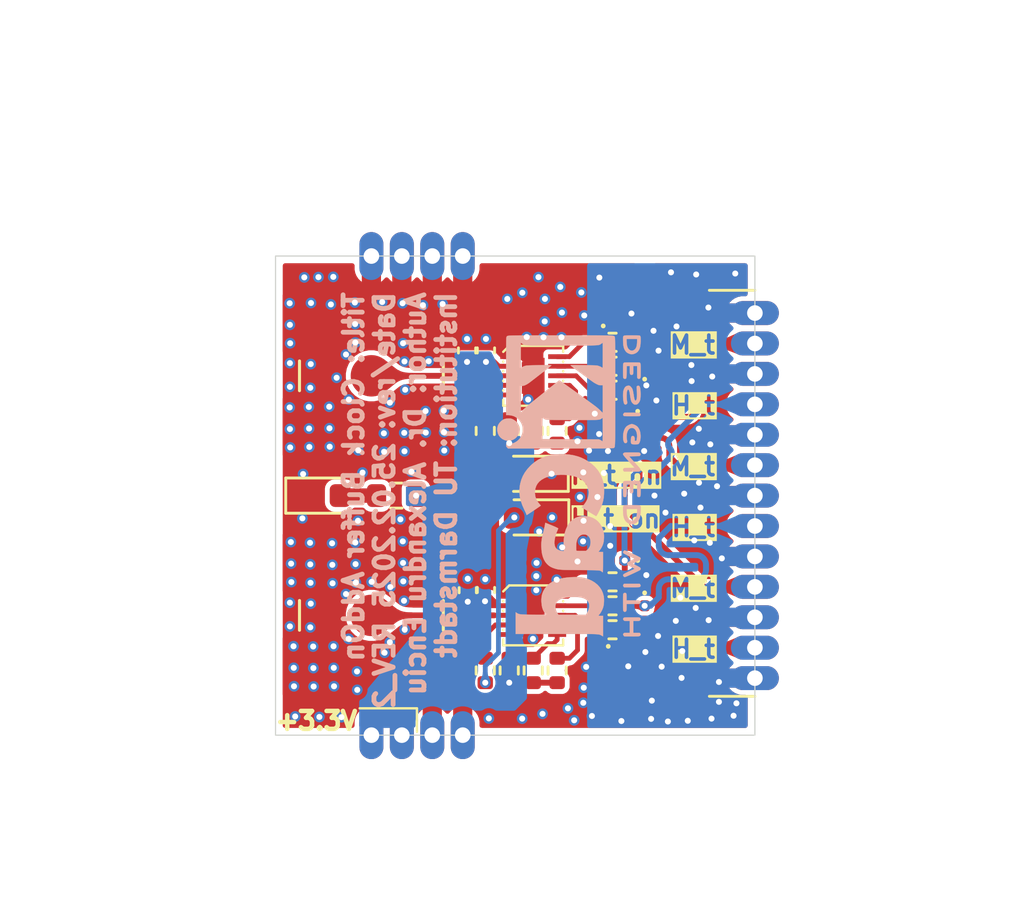
<source format=kicad_pcb>
(kicad_pcb (version 20241229) (generator "pcbnew") (generator_version "9.0")
  (title_block (title "Clock Buffer Addon") (rev "2"))
  (layers (0 "F.Cu" signal) (4 "In1.Cu" signal) (6 "In2.Cu" signal) (2 "B.Cu" signal) (13 "F.Paste" user) (15 "B.Paste" user) (5 "F.SilkS" user "F.Silkscreen") (7 "B.SilkS" user "B.Silkscreen") (1 "F.Mask" user) (3 "B.Mask" user) (25 "Edge.Cuts" user))
  (net 0 "")
  (net 1 "GND")
  (net 2 "3V3")
  (net 3 "/ClockBuffers/MasterTrigger_in")
  (net 4 "/ClockBuffers/Heimtime_in")
  (net 5 "Net-(U2-Out_3)")
  (net 6 "/ClockBuffers/MasterTrigger_out_3")
  (net 7 "/ClockBuffers/MasterTrigger_out_2")
  (net 8 "Net-(U2-Out_2)")
  (net 9 "Net-(U2-Out_1)")
  (net 10 "/ClockBuffers/MasterTrigger_out_1")
  (net 11 "/ClockBuffers/Heimtime_out_3")
  (net 12 "Net-(U4-Out_3)")
  (net 13 "Net-(U4-Out_2)")
  (net 14 "/ClockBuffers/Heimtime_out_2")
  (net 15 "Net-(U4-Out_1)")
  (net 16 "/ClockBuffers/Heimtime_out_1")
  (net 17 "/ClockBuffers/Heimtime_EN_2")
  (net 18 "/ClockBuffers/Heimtime_EN_3")
  (net 19 "/ClockBuffers/Heimtime_EN_1")
  (net 20 "/ClockBuffers/MasterTrigger_EN_3")
  (net 21 "/ClockBuffers/MasterTrigger_EN_1")
  (net 22 "/ClockBuffers/MasterTrigger_EN_2")
  (net 23 "/ClockBuffers/MasterTrigger_status")
  (net 24 "/ClockBuffers/Heimtime_status")
  (net 25 "Net-(D1-A)")
  (net 26 "Net-(D2-A)")
  (net 27 "Net-(D3-A)")
  (footprint "Capacitor_SMD:C_0402_1005Metric" (layer "F.Cu") (at 97.13625 54.69 90)
    (property "Reference" "C2" (hide yes))
    (property "Value" "100n-1u" (hide yes))
  )
  (footprint "Resistor_SMD:R_0402_1005Metric" (layer "F.Cu") (at 99.89625 58.05 -90)
    (property "Reference" "R4" (hide yes))
    (property "Value" "0")
  )
  (footprint "Resistor_SMD:R_0402_1005Metric" (layer "F.Cu") (at 100.89625 58.05 -90)
    (property "Reference" "R8" (hide yes))
    (property "Value" "0")
  )
  (footprint "Connector_PinHeader_1.27mm:PinHeader_1x13_P1.27mm_Vertical" (layer "F.Cu") (at 109.14625 53.13)
    (property "Reference" "J3" (hide yes))
    (property "Value" "Conn_01x13_Socket" (hide yes))
  )
  (footprint "Connector_PinHeader_1.27mm:PinHeader_1x04_P1.27mm_Vertical" (layer "F.Cu") (at 96.95625 50.75 -90)
    (property "Reference" "J4" (hide yes))
    (property "Value" "Conn_01x04_Socket")
  )
  (footprint "Resistor_SMD:R_0402_1005Metric" (layer "F.Cu") (at 103.20625 55.35)
    (property "Reference" "R6" (hide yes))
    (property "Value" "33")
  )
  (footprint "LED_SMD:LED_0603_1608Metric" (layer "F.Cu") (at 99.87625 59.84 180)
    (property "Reference" "D2" (hide yes))
    (property "Value" "LED_yellow")
  )
  (footprint "Diode_SMD:D_0201_0603Metric" (layer "F.Cu") (at 103.39625 57.23 180)
    (property "Reference" "D7" (hide yes))
    (property "Value" "SP1333-01UTG")
  )
  (footprint "AddOn_lib:LINX_CONMCX002-SMD-T" (layer "F.Cu") (at 93.14625 65.75 -90)
    (property "Reference" "J2" (hide yes))
    (property "Value" "MasterTrigger" (hide yes))
  )
  (footprint "Diode_SMD:D_0201_0603Metric" (layer "F.Cu") (at 103.63625 67.65 -45)
    (property "Reference" "D13" (hide yes))
    (property "Value" "SP1333-01UTG")
  )
  (footprint "Resistor_SMD:R_0402_1005Metric" (layer "F.Cu") (at 98.89625 58.05 -90)
    (property "Reference" "R9" (hide yes))
    (property "Value" "0")
  )
  (footprint "LED_SMD:LED_0603_1608Metric" (layer "F.Cu") (at 91.05625 60.75)
    (property "Reference" "D1" (hide yes))
    (property "Value" "LED_blue")
  )
  (footprint "Diode_SMD:D_0201_0603Metric" (layer "F.Cu") (at 103.39625 63.46 180)
    (property "Reference" "D10" (hide yes))
    (property "Value" "SP1333-01UTG")
  )
  (footprint "Capacitor_SMD:C_0402_1005Metric" (layer "F.Cu") (at 97.92625 64.69 90)
    (property "Reference" "C11" (hide yes))
    (property "Value" "10n")
  )
  (footprint "Resistor_SMD:R_0402_1005Metric" (layer "F.Cu") (at 98.89625 68.05 -90)
    (property "Reference" "R3" (hide yes))
    (property "Value" "0")
  )
  (footprint "Diode_SMD:D_0201_0603Metric" (layer "F.Cu") (at 103.42625 53.06 45)
    (property "Reference" "D11" (hide yes))
    (property "Value" "SP1333-01UTG")
  )
  (footprint "Resistor_SMD:R_0402_1005Metric" (layer "F.Cu") (at 103.20625 54.35)
    (property "Reference" "R5" (hide yes))
    (property "Value" "33")
  )
  (footprint "Resistor_SMD:R_0402_1005Metric" (layer "F.Cu") (at 97.89625 68.05 90)
    (property "Reference" "R12" (hide yes))
    (property "Value" "680")
  )
  (footprint "Resistor_SMD:R_0402_1005Metric" (layer "F.Cu") (at 97.89625 58.05 90)
    (property "Reference" "R11" (hide yes))
    (property "Value" "680")
  )
  (footprint "AddOn_lib:LINX_CONMCX002-SMD-T" (layer "F.Cu") (at 93.14625 55.75 -90)
    (property "Reference" "J1" (hide yes))
    (property "Value" "Heimtime" (hide yes))
  )
  (footprint "Resistor_SMD:R_0402_1005Metric" (layer "F.Cu") (at 99.89625 68.05 -90)
    (property "Reference" "R1" (hide yes))
    (property "Value" "0")
  )
  (footprint "Capacitor_SMD:C_0402_1005Metric" (layer "F.Cu") (at 97.92625 54.69 90)
    (property "Reference" "C1" (hide yes))
    (property "Value" "10n")
  )
  (footprint "Resistor_SMD:R_0402_1005Metric" (layer "F.Cu") (at 103.20625 64.35)
    (property "Reference" "R14" (hide yes))
    (property "Value" "33")
  )
  (footprint "Diode_SMD:D_0201_0603Metric" (layer "F.Cu") (at 97.20625 56.18 -90)
    (property "Reference" "D5" (hide yes))
    (property "Value" "SP1333-01UTG")
  )
  (footprint "AddOn_lib:5PB1213NTGK8" (layer "F.Cu") (at 99.89625 55.75 -90)
    (property "Reference" "U2" (hide yes))
    (property "Value" "5PB1213NTGK8")
  )
  (footprint "Resistor_SMD:R_0402_1005Metric" (layer "F.Cu") (at 103.20625 66.35)
    (property "Reference" "R16" (hide yes))
    (property "Value" "33")
  )
  (footprint "Diode_SMD:D_0201_0603Metric" (layer "F.Cu") (at 104.54625 55.03 90)
    (property "Reference" "D9" (hide yes))
    (property "Value" "SP1333-01UTG")
  )
  (footprint "Diode_SMD:D_0201_0603Metric" (layer "F.Cu") (at 97.20625 66.23 -90)
    (property "Reference" "D6" (hide yes))
    (property "Value" "SP1333-01UTG")
  )
  (footprint "Connector_PinHeader_1.27mm:PinHeader_1x04_P1.27mm_Vertical" (layer "F.Cu") (at 96.95625 70.75 -90)
    (property "Reference" "J5" (hide yes))
    (property "Value" "Conn_01x04_Socket")
  )
  (footprint "Resistor_SMD:R_0402_1005Metric" (layer "F.Cu") (at 100.89625 68.05 -90)
    (property "Reference" "R2" (hide yes))
    (property "Value" "0")
  )
  (footprint "Resistor_SMD:R_0402_1005Metric" (layer "F.Cu") (at 103.20625 56.35)
    (property "Reference" "R7" (hide yes))
    (property "Value" "33")
  )
  (footprint "Diode_SMD:D_0201_0603Metric" (layer "F.Cu") (at 104.54625 65.67 -90)
    (property "Reference" "D8" (hide yes))
    (property "Value" "SP1333-01UTG")
  )
  (footprint "Resistor_SMD:R_0603_1608Metric" (layer "F.Cu") (at 94.18625 60.75)
    (property "Reference" "R10" (hide yes))
    (property "Value" "0")
  )
  (footprint "AddOn_lib:5PB1213NTGK8" (layer "F.Cu") (at 99.89625 65.75 -90)
    (property "Reference" "U4" (hide yes))
    (property "Value" "5PB1213NTGK8")
  )
  (footprint "Resistor_SMD:R_0402_1005Metric" (layer "F.Cu") (at 103.20625 65.35)
    (property "Reference" "R15" (hide yes))
    (property "Value" "33")
  )
  (footprint "Capacitor_SMD:C_0402_1005Metric" (layer "F.Cu") (at 97.16625 64.7 90)
    (property "Reference" "C3" (hide yes))
    (property "Value" "100n-1u" (hide yes))
  )
  (footprint "LED_SMD:LED_0603_1608Metric" (layer "F.Cu") (at 99.89625 61.66 180)
    (property "Reference" "D3" (hide yes))
    (property "Value" "LED_red")
  )
  (footprint "Symbol:KiCad-Logo2_5mm_SilkScreen" (layer "B.Cu") (at 101.37625 60.338 -90)
    (property "Reference" "REF**" (hide yes))
    (property "Value" "KiCad-Logo2_5mm_SilkScreen" (hide yes))
  )
  (gr_rect (start 89.54625 56.785) (end 89.79625 59.035) (stroke (width 0.2)) (fill yes) (layer "F.Cu") (net 1))
  (gr_rect (start 89.54625 66.785) (end 89.79625 69.035) (stroke (width 0.2)) (fill yes) (layer "F.Cu") (net 1))
  (gr_rect (start 96.96625 64.99) (end 97.99625 65.35) (stroke (width 0.2)) (fill yes) (layer "F.Cu") (net 2))
  (gr_rect (start 96.92625 54.99) (end 97.99625 55.35) (stroke (width 0.2)) (fill yes) (layer "F.Cu") (net 2))
  (gr_rect (start 89.54625 62.465) (end 89.79625 64.715) (stroke (width 0.2)) (fill yes) (layer "F.Cu") (net 1))
  (gr_rect (start 89.54625 52.465) (end 89.79625 54.715) (stroke (width 0.2)) (fill yes) (layer "F.Cu") (net 1))
  (gr_rect (start 94.68625 60.48) (end 95.56625 61.09) (stroke (width 0.2)) (fill yes) (layer "B.Cu") (net 2))
  (gr_line (start 95.04625 69.63) (end 92.65625 69.63) (stroke (width 0.1)) (layer "F.SilkS"))
  (gr_line (start 95.04625 70.61) (end 95.04625 69.63) (stroke (width 0.1)) (layer "F.SilkS"))
  (gr_rect (start 89.14625 50.75) (end 109.14625 70.75) (stroke (width 0.05)) (fill no) (layer "Edge.Cuts"))
  (gr_text "M_t" (at 105.51625 59.978 0) (layer "F.SilkS" knockout) (effects (font (size 0.75 0.75) (thickness 0.15) (bold yes)) (justify left bottom)))
  (gr_text "M_t" (at 105.51625 54.898 0) (layer "F.SilkS" knockout) (effects (font (size 0.75 0.75) (thickness 0.15) (bold yes)) (justify left bottom)))
  (gr_text "H_t_on" (at 101.37625 62.158 0) (layer "F.SilkS" knockout) (effects (font (size 0.75 0.75) (thickness 0.15) (bold yes)) (justify left bottom)))
  (gr_text "M_t_on" (at 101.37625 60.338 0) (layer "F.SilkS" knockout) (effects (font (size 0.75 0.75) (thickness 0.15) (bold yes)) (justify left bottom)))
  (gr_text "H_t" (at 105.587679 67.598 0) (layer "F.SilkS" knockout) (effects (font (size 0.75 0.75) (thickness 0.15) (bold yes)) (justify left bottom)))
  (gr_text "M_t" (at 105.51625 65.058 0) (layer "F.SilkS" knockout) (effects (font (size 0.75 0.75) (thickness 0.15) (bold yes)) (justify left bottom)))
  (gr_text "+3.3V" (at 89.04625 70.59 0) (layer "F.SilkS") (effects (font (size 0.75 0.75) (thickness 0.1875) (bold yes)) (justify left bottom)))
  (gr_text "H_t" (at 105.587679 57.438 0) (layer "F.SilkS" knockout) (effects (font (size 0.75 0.75) (thickness 0.15) (bold yes)) (justify left bottom)))
  (gr_text "H_t" (at 105.587679 62.518 0) (layer "F.SilkS" knockout) (effects (font (size 0.75 0.75) (thickness 0.15) (bold yes)) (justify left bottom)))
  (gr_text "Title: Clock Buffer AddOn\nDate/rev: 25.02.2025 REV_2\nAuthor: Dr. Alexandru Enciu\nInstitution: TU Darmstadt" (at 96.73625 52.16 90) (layer "B.SilkS") (effects (font (size 0.8 0.8) (thickness 0.2) (bold yes)) (justify left bottom mirror)))
  (via (at 100.03625 63.56) (size 0.45) (drill 0.25) (layers "F.Cu" "B.Cu") (net 1))
  (via (at 93.91625 56.87) (size 0.45) (drill 0.25) (layers "F.Cu" "B.Cu") (net 1))
  (via (at 99.68625 56.74) (size 0.45) (drill 0.25) (layers "F.Cu" "B.Cu") (net 1))
  (via (at 106.67625 65.44) (size 0.45) (drill 0.25) (layers "F.Cu" "B.Cu") (net 1))
  (via (at 91.39625 57.94) (size 0.45) (drill 0.25) (layers "F.Cu" "B.Cu") (net 1))
  (via (at 90.62625 52.71) (size 0.45) (drill 0.25) (layers "F.Cu" "B.Cu") (net 1))
  (via (at 98.81625 52.54) (size 0.45) (drill 0.25) (layers "F.Cu" "B.Cu") (net 1))
  (via (at 96.18625 58.87) (size 0.45) (drill 0.25) (layers "F.Cu" "B.Cu") (net 1))
  (via (at 101.98625 59.78) (size 0.45) (drill 0.25) (layers "F.Cu" "B.Cu") (net 1))
  (via (at 91.50625 62.74) (size 0.45) (drill 0.25) (layers "F.Cu" "B.Cu") (net 1))
  (via (at 101.34625 69.63) (size 0.45) (drill 0.25) (layers "F.Cu" "B.Cu") (net 1))
  (via (at 100.66375 59.84) (size 0.45) (drill 0.25) (layers "F.Cu" "B.Cu") (net 1))
  (via (at 102.22625 58.87) (size 0.45) (drill 0.25) (layers "F.Cu" "B.Cu") (net 1))
  (via (at 107.20625 52.9) (size 0.45) (drill 0.25) (layers "F.Cu" "B.Cu") (net 1))
  (via (at 92.47625 54.36) (size 0.45) (drill 0.25) (layers "F.Cu" "B.Cu") (net 1))
  (via (at 100.32625 54.14) (size 0.45) (drill 0.25) (layers "F.Cu" "B.Cu") (net 1))
  (via (at 103.01625 58.89) (size 0.45) (drill 0.25) (layers "F.Cu" "B.Cu") (net 1))
  (via (at 100.68375 61.66) (size 0.45) (drill 0.25) (layers "F.Cu" "B.Cu") (net 1))
  (via (at 97.89625 64.24) (size 0.45) (drill 0.25) (layers "F.Cu" "B.Cu") (net 1))
  (via (at 93.67625 58.92) (size 0.45) (drill 0.25) (layers "F.Cu" "B.Cu") (net 1))
  (via (at 103.99625 53.15) (size 0.45) (drill 0.25) (layers "F.Cu" "B.Cu") (net 1))
  (via (at 95.29625 52.8) (size 0.45) (drill 0.25) (layers "F.Cu" "B.Cu") (net 1))
  (via (at 107.21625 65.95) (size 0.45) (drill 0.25) (layers "F.Cu" "B.Cu") (net 1))
  (via (at 92.55625 68.86) (size 0.45) (drill 0.25) (layers "F.Cu" "B.Cu") (net 1))
  (via (at 90.26625 61.7) (size 0.45) (drill 0.25) (layers "F.Cu" "B.Cu") (net 1))
  (via (at 90.61625 55.26) (size 0.45) (drill 0.25) (layers "F.Cu" "B.Cu") (net 1))
  (via (at 97.92625 54.21) (size 0.45) (drill 0.25) (layers "F.Cu" "B.Cu") (net 1))
  (via (at 106.80625 57.96) (size 0.45) (drill 0.25) (layers "F.Cu" "B.Cu") (net 1))
  (via (at 94.818289 59.752037) (size 0.45) (drill 0.25) (layers "F.Cu" "B.Cu") (net 1))
  (via (at 92.47625 62.71) (size 0.45) (drill 0.25) (layers "F.Cu" "B.Cu") (net 1))
  (via (at 89.74625 53.62) (size 0.45) (drill 0.25) (layers "F.Cu" "B.Cu") (net 1))
  (via (at 105.87625 53.69) (size 0.45) (drill 0.25) (layers "F.Cu" "B.Cu") (net 1))
  (via (at 89.74625 56.21) (size 0.45) (drill 0.25) (layers "F.Cu" "B.Cu") (net 1))
  (via (at 92.77625 59.79) (size 0.45) (drill 0.25) (layers "F.Cu" "B.Cu") (net 1))
  (via (at 97.13625 54.21) (size 0.45) (drill 0.25) (layers "F.Cu" "B.Cu") (net 1))
  (via (at 89.74625 66.21) (size 0.45) (drill 0.25) (layers "F.Cu" "B.Cu") (net 1))
  (via (at 93.69625 67.31) (size 0.45) (drill 0.25) (layers "F.Cu" "B.Cu") (net 1))
  (via (at 94.46625 54.39) (size 0.45) (drill 0.25) (layers "F.Cu" "B.Cu") (net 1))
  (via (at 89.79625 63.59) (size 0.45) (drill 0.25) (layers "F.Cu" "B.Cu") (net 1))
  (via (at 90.60625 64.39) (size 0.45) (drill 0.25) (layers "F.Cu" "B.Cu") (net 1))
  (via (at 96.11625 52.75) (size 0.45) (drill 0.25) (layers "F.Cu" "B.Cu") (net 1))
  (via (at 90.54625 57.95) (size 0.45) (drill 0.25) (layers "F.Cu" "B.Cu") (net 1))
  (via (at 101.10625 62.91) (size 0.45) (drill 0.25) (layers "F.Cu" "B.Cu") (net 1))
  (via (at 90.53625 57.05) (size 0.45) (drill 0.25) (layers "F.Cu" "B.Cu") (net 1))
  (via (at 100.14625 62.25) (size 0.45) (drill 0.25) (layers "F.Cu" "B.Cu") (net 1))
  (via (at 93.66625 58.15) (size 0.45) (drill 0.25) (layers "F.Cu" "B.Cu") (net 1))
  (via (at 90.97625 69.99) (size 0.45) (drill 0.25) (layers "F.Cu" "B.Cu") (net 1))
  (via (at 90.34625 51.64) (size 0.45) (drill 0.25) (layers "F.Cu" "B.Cu") (net 1))
  (via (at 91.56625 67.04) (size 0.45) (drill 0.25) (layers "F.Cu" "B.Cu") (net 1))
  (via (at 94.44625 52.72) (size 0.45) (drill 0.25) (layers "F.Cu" "B.Cu") (net 1))
  (via (at 106.03625 65.01) (size 0.45) (drill 0.25) (layers "F.Cu" "B.Cu") (net 1))
  (via (at 91.69625 55.83) (size 0.45) (drill 0.25) (layers "F.Cu" "B.Cu") (net 1))
  (via (at 89.74625 65.22) (size 0.45) (drill 0.25) (layers "F.Cu" "B.Cu") (net 1))
  (via (at 100.87625 64.26) (size 0.45) (drill 0.25) (layers "F.Cu" "B.Cu") (net 1))
  (via (at 93.59625 52.67) (size 0.45) (drill 0.25) (layers "F.Cu" "B.Cu") (net 1))
  (via (at 90.72625 67.95) (size 0.45) (drill 0.25) (layers "F.Cu" "B.Cu") (net 1))
  (via (at 104.84625 69.31) (size 0.45) (drill 0.25) (layers "F.Cu" "B.Cu") (net 1))
  (via (at 100.11625 51.63) (size 0.45) (drill 0.25) (layers "F.Cu" "B.Cu") (net 1))
  (via (at 92.46625 53.59) (size 0.45) (drill 0.25) (layers "F.Cu" "B.Cu") (net 1))
  (via (at 89.73625 57.07) (size 0.45) (drill 0.25) (layers "F.Cu" "B.Cu") (net 1))
  (via (at 93.91625 66.87) (size 0.45) (drill 0.25) (layers "F.Cu" "B.Cu") (net 1))
  (via (at 91.51625 63.64) (size 0.45) (drill 0.25) (layers "F.Cu" "B.Cu") (net 1))
  (via (at 92.19625 66.73) (size 0.45) (drill 0.25) (layers "F.Cu" "B.Cu") (net 1))
  (via (at 94.52625 58.9) (size 0.45) (drill 0.25) (layers "F.Cu" "B.Cu") (net 1))
  (via (at 93.93625 64.57) (size 0.45) (drill 0.25) (layers "F.Cu" "B.Cu") (net 1))
  (via (at 94.55625 56.33) (size 0.45) (drill 0.25) (layers "F.Cu" "B.Cu") (net 1))
  (via (at 104.61625 64.07) (size 0.45) (drill 0.25) (layers "F.Cu" "B.Cu") (net 1))
  (via (at 107.64625 68.53) (size 0.45) (drill 0.25) (layers "F.Cu" "B.Cu") (net 1))
  (via (at 106.50625 55.97) (size 0.45) (drill 0.25) (layers "F.Cu" "B.Cu") (net 1))
  (via (at 95.40625 57.22) (size 0.45) (drill 0.25) (layers "F.Cu" "B.Cu") (net 1))
  (via (at 92.48625 63.61) (size 0.45) (drill 0.25) (layers "F.Cu" "B.Cu") (net 1))
  (via (at 107.36625 55.78) (size 0.45) (drill 0.25) (layers "F.Cu" "B.Cu") (net 1))
  (via (at 99.88625 66.73) (size 0.45) (drill 0.25) (layers "F.Cu" "B.Cu") (net 1))
  (via (at 89.96625 69.97) (size 0.45) (drill 0.25) (layers "F.Cu" "B.Cu") (net 1))
  (via (at 105.84625 65.98) (size 0.45) (drill 0.25) (layers "F.Cu" "B.Cu") (net 1))
  (via (at 96.16625 57.2) (size 0.45) (drill 0.25) (layers "F.Cu" "B.Cu") (net 1))
  (via (at 100.28625 69.86) (size 0.45) (drill 0.25) (layers "F.Cu" "B.Cu") (net 1))
  (via (at 103.862524 67.876274) (size 0.45) (drill 0.25) (layers "F.Cu" "B.Cu") (net 1))
  (via (at 91.45625 52.77) (size 0.45) (drill 0.25) (layers "F.Cu" "B.Cu") (net 1))
  (via (at 103.109615 62.846528) (size 0.45) (drill 0.25) (layers "F.Cu" "B.Cu") (net 1))
  (via (at 105.64625 51.43) (size 0.45) (drill 0.25) (layers "F.Cu" "B.Cu") (net 1))
  (via (at 100.37625 53.48) (size 0.45) (drill 0.25) (layers "F.Cu" "B.Cu") (net 1))
  (via (at 104.81625 70.07) (size 0.45) (drill 0.25) (layers "F.Cu" "B.Cu") (net 1))
  (via (at 105.03625 56.78) (size 0.45) (drill 0.25) (layers "F.Cu" "B.Cu") (net 1))
  (via (at 108.25625 69.94) (size 0.45) (drill 0.25) (layers "F.Cu" "B.Cu") (net 1))
  (via (at 101.74625 63.5) (size 0.45) (drill 0.25) (layers "F.Cu" "B.Cu") (net 1))
  (via (at 102.00625 68.77) (size 0.45) (drill 0.25) (layers "F.Cu" "B.Cu") (net 1))
  (via (at 101.90625 52.27) (size 0.45) (drill 0.25) (layers "F.Cu" "B.Cu") (net 1))
  (via (at 94.46625 63.56) (size 0.45) (drill 0.25) (layers "F.Cu" "B.Cu") (net 1))
  (via (at 94.51625 58.13) (size 0.45) (drill 0.25) (layers "F.Cu" "B.Cu") (net 1))
  (via (at 101.07625 54.14) (size 0.45) (drill 0.25) (layers "F.Cu" "B.Cu") (net 1))
  (via (at 104.95625 60.75) (size 0.45) (drill 0.25) (layers "F.Cu" "B.Cu") (net 1))
  (via (at 106.34625 70.15) (size 0.45) (drill 0.25) (layers "F.Cu" "B.Cu") (net 1))
  (via (at 90.59625 56.25) (size 0.45) (drill 0.25) (layers "F.Cu" "B.Cu") (net 1))
  (via (at 107.28625 58.61) (size 0.45) (drill 0.25) (layers "F.Cu" "B.Cu") (net 1))
  (via (at 96.17625 58.1) (size 0.45) (drill 0.25) (layers "F.Cu" "B.Cu") (net 1))
  (via (at 107.76625 63.37) (size 0.45) (drill 0.25) (layers "F.Cu" "B.Cu") (net 1))
  (via (at 103.10625 62.02) (size 0.45) (drill 0.25) (layers "F.Cu" "B.Cu") (net 1))
  (via (at 90.93625 51.63) (size 0.45) (drill 0.25) (layers "F.Cu" "B.Cu") (net 1))
  (via (at 104.57625 67.28) (size 0.45) (drill 0.25) (layers "F.Cu" "B.Cu") (net 1))
  (via (at 99.43625 70.06) (size 0.45) (drill 0.25) (layers "F.Cu" "B.Cu") (net 1))
  (via (at 92.20625 56.74) (size 0.45) (drill 0.25) (layers "F.Cu" "B.Cu") (net 1))
  (via (at 101.84625 60.81) (size 0.45) (drill 0.25) (layers "F.Cu" "B.Cu") (net 1))
  (via (at 99.443773 52.281263) (size 0.45) (drill 0.25) (layers "F.Cu" "B.Cu") (net 1))
  (via (at 108.32625 51.48) (size 0.45) (drill 0.25) (layers "F.Cu" "B.Cu") (net 1))
  (via (at 100.38625 52.54) (size 0.45) (drill 0.25) (layers "F.Cu" "B.Cu") (net 1))
  (via (at 104.91625 53.87) (size 0.45) (drill 0.25) (layers "F.Cu" "B.Cu") (net 1))
  (via (at 101.09625 53.11) (size 0.45) (drill 0.25) (layers "F.Cu" "B.Cu") (net 1))
  (via (at 101.82625 57.92) (size 0.45) (drill 0.25) (layers "F.Cu" "B.Cu") (net 1))
  (via (at 89.80625 64.36) (size 0.45) (drill 0.25) (layers "F.Cu" "B.Cu") (net 1))
  (via (at 105.10625 66.61) (size 0.45) (drill 0.25) (layers "F.Cu" "B.Cu") (net 1))
  (via (at 89.73625 52.72) (size 0.45) (drill 0.25) (layers "F.Cu" "B.Cu") (net 1))
  (via (at 105.41625 61.46) (size 0.45) (drill 0.25) (layers "F.Cu" "B.Cu") (net 1))
  (via (at 94.53625 66.34) (size 0.45) (drill 0.25) (layers "F.Cu" "B.Cu") (net 1))
  (via (at 90.71625 67.05) (size 0.45) (drill 0.25) (layers "F.Cu" "B.Cu") (net 1))
  (via (at 106.49625 55.3) (size 0.45) (drill 0.25) (layers "F.Cu" "B.Cu") (net 1))
  (via (at 99.62625 54.13) (size 0.45) (drill 0.25) (layers "F.Cu" "B.Cu") (net 1))
  (via (at 102.02625 53.23) (size 0.45) (drill 0.25) (layers "F.Cu" "B.Cu") (net 1))
  (via (at 89.75625 58.74) (size 0.45) (drill 0.25) (layers "F.Cu" "B.Cu") (net 1))
  (via (at 106.11625 67.24) (size 0.45) (drill 0.25) (layers "F.Cu" "B.Cu") (net 1))
  (via (at 105.51625 70.18) (size 0.45) (drill 0.25) (layers "F.Cu" "B.Cu") (net 1))
  (via (at 91.89625 70) (size 0.45) (drill 0.25) (layers "F.Cu" "B.Cu") (net 1))
  (via (at 102.10625 67.9) (size 0.45) (drill 0.25) (layers "F.Cu" "B.Cu") (net 1))
  (via (at 105.25625 67.89) (size 0.45) (drill 0.25) (layers "F.Cu" "B.Cu") (net 1))
  (via (at 105.12625 54.7) (size 0.45) (drill 0.25) (layers "F.Cu" "B.Cu") (net 1))
  (via (at 97.16625 64.22) (size 0.45) (drill 0.25) (layers "F.Cu" "B.Cu") (net 1))
  (via (at 107.56625 60.36) (size 0.45) (drill 0.25) (layers "F.Cu" "B.Cu") (net 1))
  (via (at 107.33625 70.06) (size 0.45) (drill 0.25) (layers "F.Cu" "B.Cu") (net 1))
  (via (at 100.02625 64.7) (size 0.45) (drill 0.25) (layers "F.Cu" "B.Cu") (net 1))
  (via (at 101.98625 69.4) (size 0.45) (drill 0.25) (layers "F.Cu" "B.Cu") (net 1))
  (via (at 90.55625 58.72) (size 0.45) (drill 0.25) (layers "F.Cu" "B.Cu") (net 1))
  (via (at 92.45625 52.69) (size 0.45) (drill 0.25) (layers "F.Cu" "B.Cu") (net 1))
  (via (at 106.814071 60.212395) (size 0.45) (drill 0.25) (layers "F.Cu" "B.Cu") (net 1))
  (via (at 91.57625 67.94) (size 0.45) (drill 0.25) (layers "F.Cu" "B.Cu") (net 1))
  (via (at 102.65625 51.65) (size 0.45) (drill 0.25) (layers "F.Cu" "B.Cu") (net 1))
  (via (at 101.99625 61.8) (size 0.45) (drill 0.25) (layers "F.Cu" "B.Cu") (net 1))
  (via (at 106.53625 58.53) (size 0.45) (drill 0.25) (layers "F.Cu" "B.Cu") (net 1))
  (via (at 94.35625 61.74) (size 0.45) (drill 0.25) (layers "F.Cu" "B.Cu") (net 1))
  (via (at 89.74625 55.22) (size 0.45) (drill 0.25) (layers "F.Cu" "B.Cu") (net 1))
  (via (at 90.73625 68.72) (size 0.45) (drill 0.25) (layers "F.Cu" "B.Cu") (net 1))
  (via (at 102.84625 59.81) (size 0.45) (drill 0.25) (layers "F.Cu" "B.Cu") (net 1))
  (via (at 101.74625 58.48) (size 0.45) (drill 0.25) (layers "F.Cu" "B.Cu") (net 1))
  (via (at 91.58625 68.71) (size 0.45) (drill 0.25) (layers "F.Cu" "B.Cu") (net 1))
  (via (at 92.58625 61.8) (size 0.45) (drill 0.25) (layers "F.Cu" "B.Cu") (net 1))
  (via (at 89.75625 54.39) (size 0.45) (drill 0.25) (layers "F.Cu" "B.Cu") (net 1))
  (via (at 91.38625 57.04) (size 0.45) (drill 0.25) (layers "F.Cu" "B.Cu") (net 1))
  (via (at 102.34625 69.95) (size 0.45) (drill 0.25) (layers "F.Cu" "B.Cu") (net 1))
  (via (at 95.41625 58.12) (size 0.45) (drill 0.25) (layers "F.Cu" "B.Cu") (net 1))
  (via (at 93.15625 64.35) (size 0.45) (drill 0.25) (layers "F.Cu" "B.Cu") (net 1))
  (via (at 90.58625 62.72) (size 0.45) (drill 0.25) (layers "F.Cu" "B.Cu") (net 1))
  (via (at 95.53625 55.14) (size 0.45) (drill 0.25) (layers "F.Cu" "B.Cu") (net 1))
  (via (at 102.46625 57.33) (size 0.45) (drill 0.25) (layers "F.Cu" "B.Cu") (net 1))
  (via (at 107.26625 62.72) (size 0.45) (drill 0.25) (layers "F.Cu" "B.Cu") (net 1))
  (via (at 104.61625 56.15) (size 0.45) (drill 0.25) (layers "F.Cu" "B.Cu") (net 1))
  (via (at 92.08625 64.86) (size 0.45) (drill 0.25) (layers "F.Cu" "B.Cu") (net 1))
  (via (at 89.74625 57.97) (size 0.45) (drill 0.25) (layers "F.Cu" "B.Cu") (net 1))
  (via (at 106.69625 51.52) (size 0.45) (drill 0.25) (layers "F.Cu" "B.Cu") (net 1))
  (via (at 94.45625 62.66) (size 0.45) (drill 0.25) (layers "F.Cu" "B.Cu") (net 1))
  (via (at 91.52625 64.41) (size 0.45) (drill 0.25) (layers "F.Cu" "B.Cu") (net 1))
  (via (at 92.59625 58.86) (size 0.45) (drill 0.25) (layers "F.Cu" "B.Cu") (net 1))
  (via (at 90.29625 59.85) (size 0.45) (drill 0.25) (layers "F.Cu" "B.Cu") (net 1))
  (via (at 92.54625 68.09) (size 0.45) (drill 0.25) (layers "F.Cu" "B.Cu") (net 1))
  (via (at 108.37625 69.42) (size 0.45) (drill 0.25) (layers "F.Cu" "B.Cu") (net 1))
  (via (at 91.55625 51.62) (size 0.45) (drill 0.25) (layers "F.Cu" "B.Cu") (net 1))
  (via (at 94.50625 65.14) (size 0.45) (drill 0.25) (layers "F.Cu" "B.Cu") (net 1))
  (via (at 89.89625 67.04) (size 0.45) (drill 0.25) (layers "F.Cu" "B.Cu") (net 1))
  (via (at 90.61625 65.26) (size 0.45) (drill 0.25) (layers "F.Cu" "B.Cu") (net 1))
  (via (at 100.02625 64.11) (size 0.45) (drill 0.25) (layers "F.Cu" "B.Cu") (net 1))
  (via (at 91.40625 58.71) (size 0.45) (drill 0.25) (layers "F.Cu" "B.Cu") (net 1))
  (via (at 107.64625 69.36) (size 0.45) (drill 0.25) (layers "F.Cu" "B.Cu") (net 1))
  (via (at 98.04625 70.05) (size 0.45) (drill 0.25) (layers "F.Cu" "B.Cu") (net 1))
  (via (at 89.90625 67.94) (size 0.45) (drill 0.25) (layers "F.Cu" "B.Cu") (net 1))
  (via (at 101.60625 70.13) (size 0.45) (drill 0.25) (layers "F.Cu" "B.Cu") (net 1))
  (via (at 101.02625 52.04) (size 0.45) (drill 0.25) (layers "F.Cu" "B.Cu") (net 1))
  (via (at 101.97625 62.66) (size 0.45) (drill 0.25) (layers "F.Cu" "B.Cu") (net 1))
  (via (at 92.49625 64.38) (size 0.45) (drill 0.25) (layers "F.Cu" "B.Cu") (net 1))
  (via (at 89.91625 68.71) (size 0.45) (drill 0.25) (layers "F.Cu" "B.Cu") (net 1))
  (via (at 106.61625 62.62) (size 0.45) (drill 0.25) (layers "F.Cu" "B.Cu") (net 1))
  (via (at 94.52625 55.15) (size 0.45) (drill 0.25) (layers "F.Cu" "B.Cu") (net 1))
  (via (at 89.78625 62.69) (size 0.45) (drill 0.25) (layers "F.Cu" "B.Cu") (net 1))
  (via (at 94.47625 64.33) (size 0.45) (drill 0.25) (layers "F.Cu" "B.Cu") (net 1))
  (via (at 92.08625 54.86) (size 0.45) (drill 0.25) (layers "F.Cu" "B.Cu") (net 1))
  (via (at 90.59625 66.25) (size 0.45) (drill 0.25) (layers "F.Cu" "B.Cu") (net 1))
  (via (at 102.64625 58.18) (size 0.45) (drill 0.25) (layers "F.Cu" "B.Cu") (net 1))
  (via (at 90.59625 63.62) (size 0.45) (drill 0.25) (layers "F.Cu" "B.Cu") (net 1))
  (via (at 106.87625 61.25) (size 0.45) (drill 0.25) (layers "F.Cu" "B.Cu") (net 1))
  (via (at 104.52625 58.89) (size 0.45) (drill 0.25) (layers "F.Cu" "B.Cu") (net 1))
  (via (at 106.08625 68.36) (size 0.45) (drill 0.25) (layers "F.Cu" "B.Cu") (net 1))
  (via (at 106.19625 60.67) (size 0.45) (drill 0.25) (layers "F.Cu" "B.Cu") (net 1))
  (via (at 102.57625 60.81) (size 0.45) (drill 0.25) (layers "F.Cu" "B.Cu") (net 1))
  (via (at 103.57625 70.16) (size 0.45) (drill 0.25) (layers "F.Cu" "B.Cu") (net 1))
  (segment (start 97.96625 65.35) (end 97.78625 65.17) (width 0.2) (layer "F.Cu") (net 2))
  (segment (start 97.78625 55.17) (end 97.96625 55.35) (width 0.2) (layer "F.Cu") (net 2))
  (segment (start 97.96625 55.35) (end 98.89625 55.35) (width 0.2) (layer "F.Cu") (net 2))
  (segment (start 100.89625 58.56) (end 98.89625 58.56) (width 0.245) (layer "F.Cu") (net 2))
  (segment (start 97.32125 55.17) (end 97.78625 55.17) (width 0.2) (layer "F.Cu") (net 2))
  (segment (start 98.89625 65.35) (end 97.96625 65.35) (width 0.2) (layer "F.Cu") (net 2))
  (segment (start 100.90625 68.55) (end 100.89625 68.56) (width 0.245) (layer "F.Cu") (net 2))
  (segment (start 100.89625 68.56) (end 98.89625 68.56) (width 0.245) (layer "F.Cu") (net 2))
  (via (at 97.88625 65.16) (size 0.45) (drill 0.25) (layers "F.Cu" "B.Cu") (net 2))
  (via (at 97.13625 55.17) (size 0.45) (drill 0.25) (layers "F.Cu" "B.Cu") (net 2))
  (via (at 97.16625 65.18) (size 0.45) (drill 0.25) (layers "F.Cu" "B.Cu") (net 2))
  (via (at 97.92625 55.17) (size 0.45) (drill 0.25) (layers "F.Cu" "B.Cu") (net 2))
  (via (at 95.01125 60.75) (size 0.45) (drill 0.25) (layers "F.Cu" "B.Cu") (net 2))
  (via (at 98.89625 58.56) (size 0.45) (drill 0.25) (layers "F.Cu" "B.Cu") (net 2))
  (via (at 98.89625 68.56) (size 0.45) (drill 0.25) (layers "F.Cu" "B.Cu") (net 2))
  (segment (start 98.89625 55.75) (end 98.27625 55.75) (width 0.2) (layer "F.Cu") (net 3))
  (segment (start 98.27625 55.75) (end 93.14625 55.75) (width 0.245) (layer "F.Cu") (net 3))
  (segment (start 98.89625 65.75) (end 98.26625 65.75) (width 0.2) (layer "F.Cu") (net 4))
  (segment (start 98.26625 65.75) (end 93.14625 65.75) (width 0.245) (layer "F.Cu") (net 4))
  (segment (start 100.89625 54.95) (end 101.40625 54.95) (width 0.2) (layer "F.Cu") (net 5))
  (segment (start 102.00625 54.35) (end 102.69625 54.35) (width 0.2) (layer "F.Cu") (net 5))
  (segment (start 101.40625 54.95) (end 102.00625 54.35) (width 0.2) (layer "F.Cu") (net 5))
  (segment (start 106.13625 52.16) (end 106.29625 52.16) (width 0.245) (layer "F.Cu") (net 6))
  (segment (start 103.33625 52.16) (end 103.88625 52.16) (width 0.245) (layer "F.Cu") (net 6))
  (segment (start 103.71625 54.35) (end 103.76625 54.4) (width 0.245) (layer "F.Cu") (net 6))
  (segment (start 102.95625 53.04) (end 102.95625 52.54) (width 0.245) (layer "F.Cu") (net 6))
  (segment (start 104.93625 51.86) (end 104.93625 52.594684) (width 0.245) (layer "F.Cu") (net 6))
  (segment (start 104.48625 51.475301) (end 104.63625 51.475301) (width 0.245) (layer "F.Cu") (net 6))
  (segment (start 106.97625 54.43) (end 108.69375 54.43) (width 0.245) (layer "F.Cu") (net 6))
  (segment (start 106.60625 54.06) (end 106.97625 54.43) (width 0.245) (layer "F.Cu") (net 6))
  (segment (start 105.98625 52.16) (end 106.13625 52.16) (width 0.245) (layer "F.Cu") (net 6))
  (segment (start 103.71625 53.8) (end 102.95625 53.04) (width 0.245) (layer "F.Cu") (net 6))
  (segment (start 104.18625 51.86) (end 104.18625 51.775301) (width 0.245) (layer "F.Cu") (net 6))
  (segment (start 106.60625 52.47) (end 106.60625 54.06) (width 0.245) (layer "F.Cu") (net 6))
  (segment (start 108.69375 54.43) (end 108.72375 54.4) (width 0.245) (layer "F.Cu") (net 6))
  (segment (start 106.29625 52.16) (end 106.60625 52.47) (width 0.245) (layer "F.Cu") (net 6))
  (segment (start 104.93625 51.775301) (end 104.93625 51.86) (width 0.245) (layer "F.Cu") (net 6))
  (segment (start 103.71625 54.35) (end 103.71625 53.8) (width 0.245) (layer "F.Cu") (net 6))
  (segment (start 105.68625 52.594684) (end 105.68625 52.46) (width 0.245) (layer "F.Cu") (net 6))
  (segment (start 105.23625 52.894684) (end 105.38625 52.894684) (width 0.245) (layer "F.Cu") (net 6))
  (segment (start 102.95625 52.54) (end 103.33625 52.16) (width 0.245) (layer "F.Cu") (net 6))
  (arc (start 105.68625 52.46) (mid 105.774118 52.247868) (end 105.98625 52.16) (width 0.245) (layer "F.Cu") (net 6))
  (arc (start 104.18625 51.775301) (mid 104.274118 51.563169) (end 104.48625 51.475301) (width 0.245) (layer "F.Cu") (net 6))
  (arc (start 105.38625 52.894684) (mid 105.598382 52.806816) (end 105.68625 52.594684) (width 0.245) (layer "F.Cu") (net 6))
  (arc (start 104.93625 52.594684) (mid 105.024118 52.806816) (end 105.23625 52.894684) (width 0.245) (layer "F.Cu") (net 6))
  (arc (start 103.88625 52.16) (mid 104.098382 52.072132) (end 104.18625 51.86) (width 0.245) (layer "F.Cu") (net 6))
  (arc (start 104.63625 51.475301) (mid 104.848382 51.563169) (end 104.93625 51.775301) (width 0.245) (layer "F.Cu") (net 6))
  (segment (start 105.57625 58.95) (end 105.57625 59.12) (width 0.245) (layer "F.Cu") (net 7))
  (segment (start 105.57625 58.686) (end 105.57625 58.86) (width 0.245) (layer "F.Cu") (net 7))
  (segment (start 106.622823 56.946) (end 106.622823 57.12) (width 0.245) (layer "F.Cu") (net 7))
  (segment (start 105.57625 58.86) (end 105.57625 58.95) (width 0.245) (layer "F.Cu") (net 7))
  (segment (start 105.57625 55.72) (end 105.57625 56.25) (width 0.245) (layer "F.Cu") (net 7))
  (segment (start 104.529677 57.816) (end 104.529677 57.99) (width 0.245) (layer "F.Cu") (net 7))
  (segment (start 105.92425 56.598) (end 106.274823 56.598) (width 0.245) (layer "F.Cu") (net 7))
  (segment (start 105.92425 57.468) (end 104.877677 57.468) (width 0.245) (layer "F.Cu") (net 7))
  (segment (start 104.877677 58.338) (end 105.22825 58.338) (width 0.245) (layer "F.Cu") (net 7))
  (segment (start 106.274823 57.468) (end 105.92425 57.468) (width 0.245) (layer "F.Cu") (net 7))
  (segment (start 103.71625 55.35) (end 105.20625 55.35) (width 0.245) (layer "F.Cu") (net 7))
  (segment (start 105.93625 59.48) (end 108.72375 59.48) (width 0.245) (layer "F.Cu") (net 7))
  (segment (start 105.57625 59.12) (end 105.93625 59.48) (width 0.245) (layer "F.Cu") (net 7))
  (segment (start 105.20625 55.35) (end 105.57625 55.72) (width 0.245) (layer "F.Cu") (net 7))
  (arc (start 104.529677 57.99) (mid 104.631604 58.236073) (end 104.877677 58.338) (width 0.245) (layer "F.Cu") (net 7))
  (arc (start 104.877677 57.468) (mid 104.631604 57.569927) (end 104.529677 57.816) (width 0.245) (layer "F.Cu") (net 7))
  (arc (start 105.57625 56.25) (mid 105.678177 56.496073) (end 105.92425 56.598) (width 0.245) (layer "F.Cu") (net 7))
  (arc (start 106.274823 56.598) (mid 106.520896 56.699927) (end 106.622823 56.946) (width 0.245) (layer "F.Cu") (net 7))
  (arc (start 105.22825 58.338) (mid 105.474323 58.439927) (end 105.57625 58.686) (width 0.245) (layer "F.Cu") (net 7))
  (arc (start 106.622823 57.12) (mid 106.520896 57.366073) (end 106.274823 57.468) (width 0.245) (layer "F.Cu") (net 7))
  (segment (start 100.89625 55.35) (end 102.69625 55.35) (width 0.2) (layer "F.Cu") (net 8))
  (segment (start 101.68625 55.75) (end 102.28625 56.35) (width 0.2) (layer "F.Cu") (net 9))
  (segment (start 100.89625 55.75) (end 101.68625 55.75) (width 0.2) (layer "F.Cu") (net 9))
  (segment (start 102.28625 56.35) (end 102.69625 56.35) (width 0.2) (layer "F.Cu") (net 9))
  (segment (start 103.71625 56.35) (end 103.71625 59.18) (width 0.245) (layer "F.Cu") (net 10))
  (segment (start 105.207976 62.771726) (end 106.99625 64.56) (width 0.245) (layer "F.Cu") (net 10))
  (segment (start 104.332798 59.796548) (end 104.332798 59.96) (width 0.245) (layer "F.Cu") (net 10))
  (segment (start 103.71625 60.74) (end 103.71625 61.28) (width 0.245) (layer "F.Cu") (net 10))
  (segment (start 103.71625 61.28) (end 105.207976 62.771726) (width 0.245) (layer "F.Cu") (net 10))
  (segment (start 106.99625 64.56) (end 108.72375 64.56) (width 0.245) (layer "F.Cu") (net 10))
  (segment (start 103.71625 60.576548) (end 103.71625 60.74) (width 0.245) (layer "F.Cu") (net 10))
  (arc (start 104.332798 59.96) (mid 104.242507 60.177983) (end 104.024524 60.268274) (width 0.245) (layer "F.Cu") (net 10))
  (arc (start 104.024524 59.488274) (mid 104.242507 59.578565) (end 104.332798 59.796548) (width 0.245) (layer "F.Cu") (net 10))
  (arc (start 104.024524 60.268274) (mid 103.806541 60.358565) (end 103.71625 60.576548) (width 0.245) (layer "F.Cu") (net 10))
  (arc (start 103.71625 59.18) (mid 103.806541 59.397983) (end 104.024524 59.488274) (width 0.245) (layer "F.Cu") (net 10))
  (segment (start 103.71625 63.46) (end 103.71625 64.35) (width 0.245) (layer "F.Cu") (net 11))
  (via (at 103.71625 63.46) (size 0.45) (drill 0.25) (layers "F.Cu" "B.Cu") (net 11))
  (segment (start 103.70625 60.3) (end 103.70625 60.980939) (width 0.245) (layer "B.Cu") (net 11))
  (segment (start 103.70625 63.45) (end 103.70625 60.980939) (width 0.245) (layer "B.Cu") (net 11))
  (segment (start 104.35268 59.653572) (end 103.861767 60.144484) (width 0.245) (layer "B.Cu") (net 11))
  (segment (start 103.861767 60.144484) (end 103.70625 60.3) (width 0.245) (layer "B.Cu") (net 11))
  (segment (start 108.72375 56.94) (end 107.06625 56.94) (width 0.245) (layer "B.Cu") (net 11))
  (segment (start 105.60125 59.16266) (end 105.110338 59.653573) (width 0.245) (layer "B.Cu") (net 11))
  (segment (start 103.71625 63.46) (end 103.70625 63.45) (width 0.245) (layer "B.Cu") (net 11))
  (segment (start 107.06625 56.94) (end 105.60125 58.405) (width 0.245) (layer "B.Cu") (net 11))
  (arc (start 105.60125 58.78383) (mid 105.679707 58.973246) (end 105.60125 59.16266) (width 0.245) (layer "B.Cu") (net 11))
  (arc (start 105.110338 59.653573) (mid 104.920924 59.73203) (end 104.731508 59.653573) (width 0.245) (layer "B.Cu") (net 11))
  (arc (start 105.60125 58.405) (mid 105.522791 58.594416) (end 105.60125 58.78383) (width 0.245) (layer "B.Cu") (net 11))
  (arc (start 104.731508 59.653573) (mid 104.542094 59.575114) (end 104.35268 59.653572) (width 0.245) (layer "B.Cu") (net 11))
  (segment (start 101.33625 64.95) (end 101.93625 64.35) (width 0.2) (layer "F.Cu") (net 12))
  (segment (start 101.93625 64.35) (end 102.69625 64.35) (width 0.2) (layer "F.Cu") (net 12))
  (segment (start 100.89625 64.95) (end 101.33625 64.95) (width 0.2) (layer "F.Cu") (net 12))
  (segment (start 100.89625 65.35) (end 102.69625 65.35) (width 0.2) (layer "F.Cu") (net 13))
  (segment (start 104.54625 65.35) (end 103.71625 65.35) (width 0.245) (layer "F.Cu") (net 14))
  (via (at 104.54625 65.35) (size 0.45) (drill 0.25) (layers "F.Cu" "B.Cu") (net 14))
  (segment (start 105.54025 63.234) (end 106.702249 63.234) (width 0.245) (layer "B.Cu") (net 14))
  (segment (start 105.63625 62.02) (end 105.13625 62.52) (width 0.245) (layer "B.Cu") (net 14))
  (segment (start 105.13625 65) (end 104.78625 65.35) (width 0.245) (layer "B.Cu") (net 14))
  (segment (start 108.72375 62.02) (end 105.63625 62.02) (width 0.245) (layer "B.Cu") (net 14))
  (segment (start 104.78625 65.35) (end 104.54625 65.35) (width 0.245) (layer "B.Cu") (net 14))
  (segment (start 105.13625 64.648) (end 105.13625 64.85) (width 0.245) (layer "B.Cu") (net 14))
  (segment (start 106.702249 64.244) (end 105.54025 64.244) (width 0.245) (layer "B.Cu") (net 14))
  (segment (start 105.13625 64.88) (end 105.13625 65) (width 0.245) (layer "B.Cu") (net 14))
  (segment (start 107.106249 63.638) (end 107.106249 63.84) (width 0.245) (layer "B.Cu") (net 14))
  (segment (start 105.13625 62.52) (end 105.13625 62.83) (width 0.245) (layer "B.Cu") (net 14))
  (segment (start 105.13625 64.85) (end 105.13625 64.88) (width 0.245) (layer "B.Cu") (net 14))
  (arc (start 105.13625 62.83) (mid 105.254579 63.115671) (end 105.54025 63.234) (width 0.245) (layer "B.Cu") (net 14))
  (arc (start 106.702249 63.234) (mid 106.98792 63.352329) (end 107.106249 63.638) (width 0.245) (layer "B.Cu") (net 14))
  (arc (start 105.54025 64.244) (mid 105.254579 64.362329) (end 105.13625 64.648) (width 0.245) (layer "B.Cu") (net 14))
  (arc (start 107.106249 63.84) (mid 106.98792 64.125671) (end 106.702249 64.244) (width 0.245) (layer "B.Cu") (net 14))
  (segment (start 102.24625 66.35) (end 102.69625 66.35) (width 0.2) (layer "F.Cu") (net 15))
  (segment (start 100.89625 65.75) (end 101.64625 65.75) (width 0.2) (layer "F.Cu") (net 15))
  (segment (start 101.64625 65.75) (end 102.24625 66.35) (width 0.2) (layer "F.Cu") (net 15))
  (segment (start 103.06625 67.76) (end 103.06625 69.21) (width 0.245) (layer "F.Cu") (net 16))
  (segment (start 106.655309 69.400941) (end 106.78625 69.27) (width 0.245) (layer "F.Cu") (net 16))
  (segment (start 103.71625 67.11) (end 103.06625 67.76) (width 0.245) (layer "F.Cu") (net 16))
  (segment (start 103.06625 69.21) (end 103.41625 69.56) (width 0.245) (layer "F.Cu") (net 16))
  (segment (start 105.8646 69.56) (end 106.101756 69.56) (width 0.245) (layer "F.Cu") (net 16))
  (segment (start 103.71625 66.35) (end 103.71625 67.11) (width 0.245) (layer "F.Cu") (net 16))
  (segment (start 107.25625 67.1) (end 108.72375 67.1) (width 0.245) (layer "F.Cu") (net 16))
  (segment (start 103.41625 69.56) (end 103.781756 69.56) (width 0.245) (layer "F.Cu") (net 16))
  (segment (start 106.78625 69.27) (end 106.78625 67.57) (width 0.245) (layer "F.Cu") (net 16))
  (segment (start 106.78625 67.57) (end 107.25625 67.1) (width 0.245) (layer "F.Cu") (net 16))
  (segment (start 106.49625 69.56) (end 106.655309 69.400941) (width 0.245) (layer "F.Cu") (net 16))
  (segment (start 104.7046 68.637156) (end 104.941756 68.637156) (width 0.245) (layer "F.Cu") (net 16))
  (segment (start 106.101756 69.56) (end 106.49625 69.56) (width 0.245) (layer "F.Cu") (net 16))
  (arc (start 105.403178 69.098578) (mid 105.538325 69.424853) (end 105.8646 69.56) (width 0.245) (layer "F.Cu") (net 16))
  (arc (start 104.243178 69.098578) (mid 104.378325 68.772303) (end 104.7046 68.637156) (width 0.245) (layer "F.Cu") (net 16))
  (arc (start 103.781756 69.56) (mid 104.108031 69.424853) (end 104.243178 69.098578) (width 0.245) (layer "F.Cu") (net 16))
  (arc (start 104.941756 68.637156) (mid 105.268031 68.772303) (end 105.403178 69.098578) (width 0.245) (layer "F.Cu") (net 16))
  (segment (start 101.43625 66.15) (end 101.74625 66.46) (width 0.2) (layer "F.Cu") (net 17))
  (segment (start 101.74625 67.2) (end 101.40625 67.54) (width 0.2) (layer "F.Cu") (net 17))
  (segment (start 101.40625 67.54) (end 100.89625 67.54) (width 0.2) (layer "F.Cu") (net 17))
  (segment (start 100.89625 66.15) (end 101.43625 66.15) (width 0.2) (layer "F.Cu") (net 17))
  (segment (start 101.74625 66.46) (end 101.74625 67.2) (width 0.2) (layer "F.Cu") (net 17))
  (segment (start 98.89625 66.55) (end 98.89625 67.54) (width 0.2) (layer "F.Cu") (net 18))
  (segment (start 100.50625 66.93) (end 99.89625 67.54) (width 0.2) (layer "F.Cu") (net 19))
  (segment (start 100.89625 66.77) (end 100.73625 66.93) (width 0.2) (layer "F.Cu") (net 19))
  (segment (start 100.73625 66.93) (end 100.50625 66.93) (width 0.2) (layer "F.Cu") (net 19))
  (segment (start 100.89625 66.55) (end 100.89625 66.77) (width 0.2) (layer "F.Cu") (net 19))
  (segment (start 98.89625 56.55) (end 98.89625 57.54) (width 0.2) (layer "F.Cu") (net 20))
  (segment (start 100.76625 56.91) (end 100.52625 56.91) (width 0.2) (layer "F.Cu") (net 21))
  (segment (start 100.89625 56.78) (end 100.76625 56.91) (width 0.2) (layer "F.Cu") (net 21))
  (segment (start 100.89625 56.55) (end 100.89625 56.78) (width 0.2) (layer "F.Cu") (net 21))
  (segment (start 100.52625 56.91) (end 99.89625 57.54) (width 0.2) (layer "F.Cu") (net 21))
  (segment (start 101.66625 56.4) (end 101.66625 57.28) (width 0.2) (layer "F.Cu") (net 22))
  (segment (start 101.41625 56.15) (end 101.66625 56.4) (width 0.2) (layer "F.Cu") (net 22))
  (segment (start 100.89625 56.15) (end 101.41625 56.15) (width 0.2) (layer "F.Cu") (net 22))
  (segment (start 101.40625 57.54) (end 100.89625 57.54) (width 0.2) (layer "F.Cu") (net 22))
  (segment (start 101.66625 57.28) (end 101.40625 57.54) (width 0.2) (layer "F.Cu") (net 22))
  (segment (start 97.89625 56.575) (end 97.89625 57.54) (width 0.2) (layer "F.Cu") (net 23))
  (segment (start 98.89625 56.15) (end 98.32125 56.15) (width 0.2) (layer "F.Cu") (net 23))
  (segment (start 98.32125 56.15) (end 97.89625 56.575) (width 0.2) (layer "F.Cu") (net 23))
  (segment (start 98.89625 66.15) (end 98.32125 66.15) (width 0.2) (layer "F.Cu") (net 24))
  (segment (start 98.32125 66.15) (end 97.89625 66.575) (width 0.2) (layer "F.Cu") (net 24))
  (segment (start 97.89625 66.575) (end 97.89625 67.54) (width 0.2) (layer "F.Cu") (net 24))
  (segment (start 91.84375 60.75) (end 93.36125 60.75) (width 0.6) (layer "F.Cu") (net 25))
  (segment (start 97.89625 58.56) (end 97.89625 59.38) (width 0.3) (layer "F.Cu") (net 26))
  (segment (start 98.35625 59.84) (end 99.08875 59.84) (width 0.3) (layer "F.Cu") (net 26))
  (segment (start 97.89625 59.38) (end 98.35625 59.84) (width 0.3) (layer "F.Cu") (net 26))
  (via (at 99.10875 61.66) (size 0.45) (drill 0.25) (layers "F.Cu" "B.Cu") (net 27))
  (via (at 97.89625 68.56) (size 0.45) (drill 0.25) (layers "F.Cu" "B.Cu") (net 27))
  (segment (start 98.44625 67.31) (end 97.89625 67.86) (width 0.2) (layer "B.Cu") (net 27))
  (segment (start 97.89625 67.86) (end 97.89625 68.56) (width 0.2) (layer "B.Cu") (net 27))
  (segment (start 99.10875 61.66) (end 98.99625 61.66) (width 0.2) (layer "B.Cu") (net 27))
  (segment (start 98.99625 61.66) (end 98.44625 62.21) (width 0.2) (layer "B.Cu") (net 27))
  (segment (start 98.44625 62.21) (end 98.44625 67.31) (width 0.2) (layer "B.Cu") (net 27))
  (zone (net 1) (net_name "GND") (layers "F.Cu" "In1.Cu" "In2.Cu") (connect_pads thru_hole_only (clearance 0.2)) (min_thickness 0.2) (fill yes (thermal_gap 0.2) (thermal_bridge_width 0.5))
    (polygon (pts (xy 88.64625 50.25) (xy 109.64625 50.25) (xy 109.64625 71.25) (xy 88.64625 71.25)))
  )
  (zone (net 2) (net_name "3V3") (layer "B.Cu") (connect_pads yes (clearance 0.2)) (min_thickness 0.2) (fill yes (thermal_gap 0.2) (thermal_bridge_width 0.5))
    (polygon (pts (xy 92.63625 70.73) (xy 92.63625 69.23) (xy 95.29625 66.05) (xy 95.27625 61.54) (xy 95.27625 60.45) (xy 96.59625 60.04) (xy 96.613818 54.73) (xy 98.13625 54.73) (xy 98.63625 55.73) (xy 98.63625 57.73) (xy 99.93625 58.73) (xy 99.93625 61.45) (xy 99.62625 63.03) (xy 99.63625 68.23) (xy 99.63625 69.23) (xy 99.13625 69.73) (xy 95.13625 69.73) (xy 95.13625 70.73)))
  )
  (zone (net 1) (net_name "GND") (layer "B.Cu") (priority 1) (connect_pads thru_hole_only (clearance 0.2)) (min_thickness 0.2) (fill yes (thermal_gap 0.2) (thermal_bridge_width 0.5))
    (polygon (pts (xy 102.14625 48.75) (xy 111.14625 48.75) (xy 111.14625 73.25) (xy 102.14625 73.25)))
  )
)
</source>
